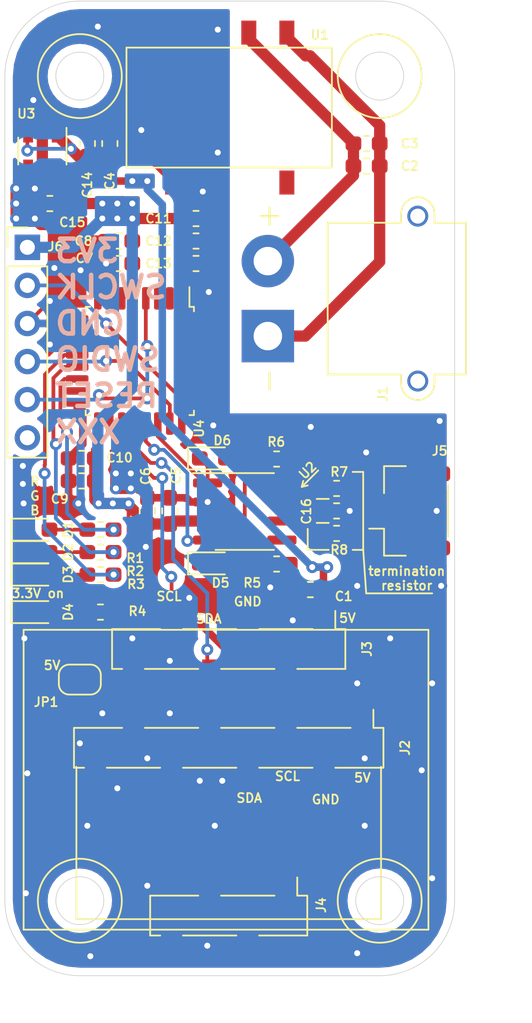
<source format=kicad_pcb>
(kicad_pcb (version 20171130) (host pcbnew "(5.1.2)-1")
  (layers (0 F.Cu signal) (31 B.Cu signal) (34 B.Paste user) (35 F.Paste user) (36 B.SilkS user) (37 F.SilkS user) (38 B.Mask user) (39 F.Mask user) (44 Edge.Cuts user))
  (net 0 "")
  (net 1 GND)
  (net 2 +3V3)
  (net 3 GNDPWR)
  (net 4 +24V)
  (net 5 +5V)
  (net 6 "Net-(D1-Pad2)")
  (net 7 CAN_RX)
  (net 8 "Net-(D2-Pad2)")
  (net 9 CAN_TX)
  (net 10 SDA)
  (net 11 SCL)
  (net 12 CAN_H)
  (net 13 CAN_L)
  (net 14 RESET)
  (net 15 SWDIO)
  (net 16 SWCLK)
  (net 17 "Net-(D3-Pad2)")
  (net 18 "Net-(D4-Pad2)")
  (net 19 "Net-(D5-Pad2)")
  (net 20 "Net-(D6-Pad2)")
  (net 21 "Net-(J3-Pad6)")
  (net 22 /LED_R)
  (net 23 /LED_G)
  (net 24 /LED_B)
  (net 25 "Net-(C16-Pad1)")
  (module Capacitor_SMD:C_0603_1608Metric_Pad1.05x0.95mm_HandSolder (layer F.Cu) (at 220.375 139.25 180)
    (fp_text reference C1 (at -2.225 -0.45) (layer F.SilkS) (effects (font (size 0.6 0.6) (thickness 0.12))))
    (fp_text value 10u)
    (pad 2 smd roundrect (at 0.875 0 180) (size 1.05 0.95) (layers F.Cu F.Paste F.Mask) (net 1 GND))
    (pad 1 smd roundrect (at -0.875 0 180) (size 1.05 0.95) (layers F.Cu F.Paste F.Mask) (net 5 +5V))
  )
  (module Resistor_SMD:R_0603_1608Metric_Pad1.05x0.95mm_HandSolder (layer F.Cu) (at 222.125 135.5)
    (fp_text reference R8 (at 0.175 1.1) (layer F.SilkS) (effects (font (size 0.6 0.6) (thickness 0.12))))
    (fp_text value 60)
    (pad 2 smd roundrect (at 0.875 0) (size 1.05 0.95) (layers F.Cu F.Paste F.Mask) (net 13 CAN_L))
    (pad 1 smd roundrect (at -0.875 0) (size 1.05 0.95) (layers F.Cu F.Paste F.Mask) (net 25 "Net-(C16-Pad1)"))
  )
  (module Resistor_SMD:R_0603_1608Metric_Pad1.05x0.95mm_HandSolder (layer F.Cu) (at 222.125 132.5 180)
    (fp_text reference R7 (at -0.175 1.1) (layer F.SilkS) (effects (font (size 0.6 0.6) (thickness 0.12))))
    (fp_text value 60)
    (pad 2 smd roundrect (at 0.875 0 180) (size 1.05 0.95) (layers F.Cu F.Paste F.Mask) (net 25 "Net-(C16-Pad1)"))
    (pad 1 smd roundrect (at -0.875 0 180) (size 1.05 0.95) (layers F.Cu F.Paste F.Mask) (net 12 CAN_H))
  )
  (module Resistor_SMD:R_0603_1608Metric_Pad1.05x0.95mm_HandSolder (layer F.Cu) (at 218.125 130.54 180)
    (fp_text reference R6 (at 0.025 1.14) (layer F.SilkS) (effects (font (size 0.6 0.6) (thickness 0.12))))
    (fp_text value 500)
    (pad 2 smd roundrect (at 0.875 0 180) (size 1.05 0.95) (layers F.Cu F.Paste F.Mask) (net 20 "Net-(D6-Pad2)"))
    (pad 1 smd roundrect (at -0.875 0 180) (size 1.05 0.95) (layers F.Cu F.Paste F.Mask) (net 2 +3V3))
  )
  (module Resistor_SMD:R_0603_1608Metric_Pad1.05x0.95mm_HandSolder (layer F.Cu) (at 218.125 137.54 180)
    (fp_text reference R5 (at 1.625 -1.26) (layer F.SilkS) (effects (font (size 0.6 0.6) (thickness 0.12))))
    (fp_text value 500)
    (pad 2 smd roundrect (at 0.875 0 180) (size 1.05 0.95) (layers F.Cu F.Paste F.Mask) (net 19 "Net-(D5-Pad2)"))
    (pad 1 smd roundrect (at -0.875 0 180) (size 1.05 0.95) (layers F.Cu F.Paste F.Mask) (net 2 +3V3))
  )
  (module Resistor_SMD:R_0603_1608Metric_Pad1.05x0.95mm_HandSolder (layer F.Cu) (at 206.375 140.75 180)
    (fp_text reference R4 (at -2.465 0.06) (layer F.SilkS) (effects (font (size 0.6 0.6) (thickness 0.12))))
    (fp_text value 1k)
    (pad 2 smd roundrect (at 0.875 0 180) (size 1.05 0.95) (layers F.Cu F.Paste F.Mask) (net 18 "Net-(D4-Pad2)"))
    (pad 1 smd roundrect (at -0.875 0 180) (size 1.05 0.95) (layers F.Cu F.Paste F.Mask) (net 2 +3V3))
  )
  (module Resistor_SMD:R_0603_1608Metric_Pad1.05x0.95mm_HandSolder (layer F.Cu) (at 206.375 138.25 180)
    (fp_text reference R3 (at -2.375 -0.64) (layer F.SilkS) (effects (font (size 0.6 0.6) (thickness 0.12))))
    (fp_text value 1k)
    (pad 2 smd roundrect (at 0.875 0 180) (size 1.05 0.95) (layers F.Cu F.Paste F.Mask) (net 17 "Net-(D3-Pad2)"))
    (pad 1 smd roundrect (at -0.875 0 180) (size 1.05 0.95) (layers F.Cu F.Paste F.Mask) (net 24 /LED_B))
  )
  (module Resistor_SMD:R_0603_1608Metric_Pad1.05x0.95mm_HandSolder (layer F.Cu) (at 206.375 136.75 180)
    (fp_text reference R2 (at -2.325 -1.27) (layer F.SilkS) (effects (font (size 0.6 0.6) (thickness 0.12))))
    (fp_text value 1k)
    (pad 2 smd roundrect (at 0.875 0 180) (size 1.05 0.95) (layers F.Cu F.Paste F.Mask) (net 8 "Net-(D2-Pad2)"))
    (pad 1 smd roundrect (at -0.875 0 180) (size 1.05 0.95) (layers F.Cu F.Paste F.Mask) (net 23 /LED_G))
  )
  (module Resistor_SMD:R_0603_1608Metric_Pad1.05x0.95mm_HandSolder (layer F.Cu) (at 206.374999 135.25 180)
    (fp_text reference R1 (at -2.325001 -1.9) (layer F.SilkS) (effects (font (size 0.6 0.6) (thickness 0.12))))
    (fp_text value 1k)
    (pad 2 smd roundrect (at 0.875 0 180) (size 1.05 0.95) (layers F.Cu F.Paste F.Mask) (net 6 "Net-(D1-Pad2)"))
    (pad 1 smd roundrect (at -0.875 0 180) (size 1.05 0.95) (layers F.Cu F.Paste F.Mask) (net 22 /LED_R))
  )
  (module Jumper:SolderJumper-2_P1.3mm_Open_RoundedPad1.0x1.5mm (layer F.Cu) (at 205 145.25)
    (fp_text reference JP1 (at -2.25 1.5) (layer F.SilkS) (effects (font (size 0.6 0.6) (thickness 0.12))))
    (fp_text value jump)
    (pad 2 smd custom (at 0.65 0) (size 1 0.5) (layers F.Cu F.Mask) (net 21 "Net-(J3-Pad6)") (options (clearance outline) (anchor rect)) (primitives (gr_circle (center 0 0.25) (end 0.5 0.25) (width 0)) (gr_circle (center 0 -0.25) (end 0.5 -0.25) (width 0)) (gr_poly (pts (xy 0 -0.75) (xy -0.5 -0.75) (xy -0.5 0.75) (xy 0 0.75)) (width 0))))
    (pad 1 smd custom (at -0.65 0) (size 1 0.5) (layers F.Cu F.Mask) (net 5 +5V) (options (clearance outline) (anchor rect)) (primitives (gr_circle (center 0 0.25) (end 0.5 0.25) (width 0)) (gr_circle (center 0 -0.25) (end 0.5 -0.25) (width 0)) (gr_poly (pts (xy 0 -0.75) (xy 0.5 -0.75) (xy 0.5 0.75) (xy 0 0.75)) (width 0))))
  )
  (module LED_SMD:LED_0603_1608Metric_Pad1.05x0.95mm_HandSolder (layer F.Cu) (at 213.875 130.5)
    (fp_text reference D6 (at 0.625 -1.2) (layer F.SilkS) (effects (font (size 0.6 0.6) (thickness 0.12))))
    (fp_text value LED)
    (pad 2 smd roundrect (at 0.875 0) (size 1.05 0.95) (layers F.Cu F.Paste F.Mask) (net 20 "Net-(D6-Pad2)"))
    (pad 1 smd roundrect (at -0.875 0) (size 1.05 0.95) (layers F.Cu F.Paste F.Mask) (net 9 CAN_TX))
  )
  (module LED_SMD:LED_0603_1608Metric_Pad1.05x0.95mm_HandSolder (layer F.Cu) (at 213.875 137.5)
    (fp_text reference D5 (at 0.515 1.3) (layer F.SilkS) (effects (font (size 0.6 0.6) (thickness 0.12))))
    (fp_text value LED)
    (pad 2 smd roundrect (at 0.875 0) (size 1.05 0.95) (layers F.Cu F.Paste F.Mask) (net 19 "Net-(D5-Pad2)"))
    (pad 1 smd roundrect (at -0.875 0) (size 1.05 0.95) (layers F.Cu F.Paste F.Mask) (net 7 CAN_RX))
  )
  (module LED_SMD:LED_0603_1608Metric_Pad1.05x0.95mm_HandSolder (layer F.Cu) (at 202.1 140.75)
    (fp_text reference D4 (at 2.125 0 90) (layer F.SilkS) (effects (font (size 0.6 0.6) (thickness 0.12))))
    (fp_text value LD)
    (pad 2 smd roundrect (at 0.875 0) (size 1.05 0.95) (layers F.Cu F.Paste F.Mask) (net 18 "Net-(D4-Pad2)"))
    (pad 1 smd roundrect (at -0.875 0) (size 1.05 0.95) (layers F.Cu F.Paste F.Mask) (net 1 GND))
  )
  (module LED_SMD:LED_0603_1608Metric_Pad1.05x0.95mm_HandSolder (layer F.Cu) (at 202.1 138.25)
    (fp_text reference D3 (at 2.125 0 90) (layer F.SilkS) (effects (font (size 0.6 0.6) (thickness 0.12))))
    (fp_text value LD)
    (pad 2 smd roundrect (at 0.875 0) (size 1.05 0.95) (layers F.Cu F.Paste F.Mask) (net 17 "Net-(D3-Pad2)"))
    (pad 1 smd roundrect (at -0.875 0) (size 1.05 0.95) (layers F.Cu F.Paste F.Mask) (net 1 GND))
  )
  (module LED_SMD:LED_0603_1608Metric_Pad1.05x0.95mm_HandSolder (layer F.Cu) (at 202.1 136.75)
    (fp_text reference D2 (at 2.125 0 90) (layer F.SilkS) (effects (font (size 0.6 0.6) (thickness 0.12))))
    (fp_text value LD)
    (pad 2 smd roundrect (at 0.875 0) (size 1.05 0.95) (layers F.Cu F.Paste F.Mask) (net 8 "Net-(D2-Pad2)"))
    (pad 1 smd roundrect (at -0.875 0) (size 1.05 0.95) (layers F.Cu F.Paste F.Mask) (net 1 GND))
  )
  (module LED_SMD:LED_0603_1608Metric_Pad1.05x0.95mm_HandSolder (layer F.Cu) (at 202.1 135.25)
    (fp_text reference D1 (at 2.125 0 90) (layer F.SilkS) (effects (font (size 0.6 0.6) (thickness 0.12))))
    (fp_text value LD)
    (pad 2 smd roundrect (at 0.875 0) (size 1.05 0.95) (layers F.Cu F.Paste F.Mask) (net 6 "Net-(D1-Pad2)"))
    (pad 1 smd roundrect (at -0.875 0) (size 1.05 0.95) (layers F.Cu F.Paste F.Mask) (net 1 GND))
  )
  (module Capacitor_SMD:C_0603_1608Metric_Pad1.05x0.95mm_HandSolder (layer F.Cu) (at 222.125 134)
    (fp_text reference C16 (at -2.015 0.03 90) (layer F.SilkS) (effects (font (size 0.6 0.6) (thickness 0.12))))
    (fp_text value 4.7u)
    (pad 2 smd roundrect (at 0.875 0) (size 1.05 0.95) (layers F.Cu F.Paste F.Mask) (net 1 GND))
    (pad 1 smd roundrect (at -0.875 0) (size 1.05 0.95) (layers F.Cu F.Paste F.Mask) (net 25 "Net-(C16-Pad1)"))
  )
  (module Capacitor_SMD:C_0603_1608Metric_Pad1.05x0.95mm_HandSolder (layer F.Cu) (at 203 113.5 180)
    (fp_text reference C15 (at -1.5 -1.25) (layer F.SilkS) (effects (font (size 0.6 0.6) (thickness 0.12))))
    (fp_text value 0.47u)
    (pad 2 smd roundrect (at 0.875 0 180) (size 1.05 0.95) (layers F.Cu F.Paste F.Mask) (net 1 GND))
    (pad 1 smd roundrect (at -0.875 0 180) (size 1.05 0.95) (layers F.Cu F.Paste F.Mask) (net 2 +3V3))
  )
  (module Capacitor_SMD:C_0603_1608Metric_Pad1.05x0.95mm_HandSolder (layer F.Cu) (at 205.5 109.5 90)
    (fp_text reference C14 (at -2.75 0 90) (layer F.SilkS) (effects (font (size 0.6 0.6) (thickness 0.12))))
    (fp_text value 0.1u)
    (pad 2 smd roundrect (at 0.875 0 90) (size 1.05 0.95) (layers F.Cu F.Paste F.Mask) (net 1 GND))
    (pad 1 smd roundrect (at -0.875 0 90) (size 1.05 0.95) (layers F.Cu F.Paste F.Mask) (net 5 +5V))
  )
  (module Capacitor_SMD:C_0603_1608Metric_Pad1.05x0.95mm_HandSolder (layer F.Cu) (at 212.75 117.5)
    (fp_text reference C13 (at -2.5 0) (layer F.SilkS) (effects (font (size 0.6 0.6) (thickness 0.12))))
    (fp_text value 0.1u)
    (pad 2 smd roundrect (at 0.875 0) (size 1.05 0.95) (layers F.Cu F.Paste F.Mask) (net 1 GND))
    (pad 1 smd roundrect (at -0.875 0) (size 1.05 0.95) (layers F.Cu F.Paste F.Mask) (net 2 +3V3))
  )
  (module Capacitor_SMD:C_0603_1608Metric_Pad1.05x0.95mm_HandSolder (layer F.Cu) (at 212.75 116)
    (fp_text reference C12 (at -2.5 0) (layer F.SilkS) (effects (font (size 0.6 0.6) (thickness 0.12))))
    (fp_text value 0.1u)
    (pad 2 smd roundrect (at 0.875 0) (size 1.05 0.95) (layers F.Cu F.Paste F.Mask) (net 1 GND))
    (pad 1 smd roundrect (at -0.875 0) (size 1.05 0.95) (layers F.Cu F.Paste F.Mask) (net 2 +3V3))
  )
  (module Capacitor_SMD:C_0603_1608Metric_Pad1.05x0.95mm_HandSolder (layer F.Cu) (at 212.75 114.5)
    (fp_text reference C11 (at -2.5 0) (layer F.SilkS) (effects (font (size 0.6 0.6) (thickness 0.12))))
    (fp_text value 4.7u)
    (pad 2 smd roundrect (at 0.875 0) (size 1.05 0.95) (layers F.Cu F.Paste F.Mask) (net 1 GND))
    (pad 1 smd roundrect (at -0.875 0) (size 1.05 0.95) (layers F.Cu F.Paste F.Mask) (net 2 +3V3))
  )
  (module Capacitor_SMD:C_0603_1608Metric_Pad1.05x0.95mm_HandSolder (layer F.Cu) (at 205.125 130.5 180)
    (fp_text reference C10 (at -2.525 0.05) (layer F.SilkS) (effects (font (size 0.6 0.6) (thickness 0.12))))
    (fp_text value 0.1u)
    (pad 2 smd roundrect (at 0.875 0 180) (size 1.05 0.95) (layers F.Cu F.Paste F.Mask) (net 1 GND))
    (pad 1 smd roundrect (at -0.875 0 180) (size 1.05 0.95) (layers F.Cu F.Paste F.Mask) (net 2 +3V3))
  )
  (module Capacitor_SMD:C_0603_1608Metric_Pad1.05x0.95mm_HandSolder (layer F.Cu) (at 205.125 132 180)
    (fp_text reference C9 (at 1.465 -1.2) (layer F.SilkS) (effects (font (size 0.6 0.6) (thickness 0.12))))
    (fp_text value 4.7u)
    (pad 2 smd roundrect (at 0.875 0 180) (size 1.05 0.95) (layers F.Cu F.Paste F.Mask) (net 1 GND))
    (pad 1 smd roundrect (at -0.875 0 180) (size 1.05 0.95) (layers F.Cu F.Paste F.Mask) (net 2 +3V3))
  )
  (module Capacitor_SMD:C_0603_1608Metric_Pad1.05x0.95mm_HandSolder (layer F.Cu) (at 207.625 116 180)
    (fp_text reference C8 (at 2.375 0) (layer F.SilkS) (effects (font (size 0.6 0.6) (thickness 0.12))))
    (fp_text value 1u)
    (pad 2 smd roundrect (at 0.875 0 180) (size 1.05 0.95) (layers F.Cu F.Paste F.Mask) (net 1 GND))
    (pad 1 smd roundrect (at -0.875 0 180) (size 1.05 0.95) (layers F.Cu F.Paste F.Mask) (net 2 +3V3))
  )
  (module Capacitor_SMD:C_0603_1608Metric_Pad1.05x0.95mm_HandSolder (layer F.Cu) (at 207.625 117.5 180)
    (fp_text reference C7 (at 2.315 0.35) (layer F.SilkS) (effects (font (size 0.6 0.6) (thickness 0.12))))
    (fp_text value 0.01u)
    (pad 2 smd roundrect (at 0.875 0 180) (size 1.05 0.95) (layers F.Cu F.Paste F.Mask) (net 1 GND))
    (pad 1 smd roundrect (at -0.875 0 180) (size 1.05 0.95) (layers F.Cu F.Paste F.Mask) (net 2 +3V3))
  )
  (module Capacitor_SMD:C_0603_1608Metric_Pad1.05x0.95mm_HandSolder (layer F.Cu) (at 209.5 134 90)
    (fp_text reference C6 (at 2.32 -0.11 90) (layer F.SilkS) (effects (font (size 0.6 0.6) (thickness 0.12))))
    (fp_text value 5-10u)
    (pad 2 smd roundrect (at 0.875 0 90) (size 1.05 0.95) (layers F.Cu F.Paste F.Mask) (net 1 GND))
    (pad 1 smd roundrect (at -0.875 0 90) (size 1.05 0.95) (layers F.Cu F.Paste F.Mask) (net 2 +3V3))
  )
  (module Capacitor_SMD:C_0603_1608Metric_Pad1.05x0.95mm_HandSolder (layer F.Cu) (at 211 134 90)
    (fp_text reference C5 (at 2.37 0.43 90) (layer F.SilkS) (effects (font (size 0.6 0.6) (thickness 0.12))))
    (fp_text value 0.1u)
    (pad 2 smd roundrect (at 0.875 0 90) (size 1.05 0.95) (layers F.Cu F.Paste F.Mask) (net 1 GND))
    (pad 1 smd roundrect (at -0.875 0 90) (size 1.05 0.95) (layers F.Cu F.Paste F.Mask) (net 2 +3V3))
  )
  (module Capacitor_SMD:C_0603_1608Metric_Pad1.05x0.95mm_HandSolder (layer F.Cu) (at 207 109.5 90)
    (fp_text reference C4 (at -2.5 0 90) (layer F.SilkS) (effects (font (size 0.6 0.6) (thickness 0.12))))
    (fp_text value 1u)
    (pad 2 smd roundrect (at 0.875 0 90) (size 1.05 0.95) (layers F.Cu F.Paste F.Mask) (net 1 GND))
    (pad 1 smd roundrect (at -0.875 0 90) (size 1.05 0.95) (layers F.Cu F.Paste F.Mask) (net 5 +5V))
  )
  (module Capacitor_SMD:C_0603_1608Metric_Pad1.05x0.95mm_HandSolder (layer F.Cu) (at 224.125 109.5)
    (fp_text reference C3 (at 2.875 0) (layer F.SilkS) (effects (font (size 0.6 0.6) (thickness 0.12))))
    (fp_text value 1u)
    (pad 2 smd roundrect (at 0.875 0) (size 1.05 0.95) (layers F.Cu F.Paste F.Mask) (net 3 GNDPWR))
    (pad 1 smd roundrect (at -0.875 0) (size 1.05 0.95) (layers F.Cu F.Paste F.Mask) (net 4 +24V))
  )
  (module Capacitor_SMD:C_0603_1608Metric_Pad1.05x0.95mm_HandSolder (layer F.Cu) (at 224.125 111)
    (fp_text reference C2 (at 2.875 0) (layer F.SilkS) (effects (font (size 0.6 0.6) (thickness 0.12))))
    (fp_text value 10u)
    (pad 2 smd roundrect (at 0.875 0) (size 1.05 0.95) (layers F.Cu F.Paste F.Mask) (net 3 GNDPWR))
    (pad 1 smd roundrect (at -0.875 0) (size 1.05 0.95) (layers F.Cu F.Paste F.Mask) (net 4 +24V))
  )
  (module Morita:TES1-single (layer F.Cu) (at 218.81 107.1 180)
    (fp_text reference U1 (at -2.19 4.85) (layer F.SilkS) (effects (font (size 0.6 0.6) (thickness 0.12))))
    (fp_text value TES1-2411)
    (pad 5 smd rect (at 7.62 -5 180) (size 1 1.6) (layers F.Cu F.Paste F.Mask) (net 5 +5V))
    (pad 8 smd rect (at 0 -5 180) (size 1 1.6) (layers F.Cu F.Paste F.Mask))
    (pad 2 smd rect (at 2.54 5 180) (size 1 1.6) (layers F.Cu F.Paste F.Mask) (net 4 +24V))
    (pad 4 smd rect (at 7.62 5 180) (size 1 1.6) (layers F.Cu F.Paste F.Mask) (net 1 GND))
    (pad 1 smd rect (at 0 5 180) (size 1 1.6) (layers F.Cu F.Paste F.Mask) (net 3 GNDPWR))
  )
  (module Package_QFP:LQFP-32_7x7mm_P0.8mm (layer F.Cu) (at 209 124 270)
    (fp_text reference U4 (at 4.51 -3.96 90) (layer F.SilkS) (effects (font (size 0.6 0.6) (thickness 0.12))))
    (fp_text value STM32F042K6Tx)
    (pad 32 smd roundrect (at -2.8 -4.175 270) (size 0.5 1.5) (layers F.Cu F.Paste F.Mask) (net 1 GND))
    (pad 31 smd roundrect (at -2 -4.175 270) (size 0.5 1.5) (layers F.Cu F.Paste F.Mask))
    (pad 30 smd roundrect (at -1.2 -4.175 270) (size 0.5 1.5) (layers F.Cu F.Paste F.Mask))
    (pad 29 smd roundrect (at -0.4 -4.175 270) (size 0.5 1.5) (layers F.Cu F.Paste F.Mask))
    (pad 28 smd roundrect (at 0.4 -4.175 270) (size 0.5 1.5) (layers F.Cu F.Paste F.Mask))
    (pad 27 smd roundrect (at 1.2 -4.175 270) (size 0.5 1.5) (layers F.Cu F.Paste F.Mask))
    (pad 26 smd roundrect (at 2 -4.175 270) (size 0.5 1.5) (layers F.Cu F.Paste F.Mask))
    (pad 25 smd roundrect (at 2.8 -4.175 270) (size 0.5 1.5) (layers F.Cu F.Paste F.Mask))
    (pad 24 smd roundrect (at 4.175 -2.8 270) (size 1.5 0.5) (layers F.Cu F.Paste F.Mask) (net 16 SWCLK))
    (pad 23 smd roundrect (at 4.175 -2 270) (size 1.5 0.5) (layers F.Cu F.Paste F.Mask) (net 15 SWDIO))
    (pad 22 smd roundrect (at 4.175 -1.2 270) (size 1.5 0.5) (layers F.Cu F.Paste F.Mask) (net 9 CAN_TX))
    (pad 21 smd roundrect (at 4.175 -0.4 270) (size 1.5 0.5) (layers F.Cu F.Paste F.Mask) (net 7 CAN_RX))
    (pad 20 smd roundrect (at 4.175 0.4 270) (size 1.5 0.5) (layers F.Cu F.Paste F.Mask) (net 10 SDA))
    (pad 19 smd roundrect (at 4.175 1.2 270) (size 1.5 0.5) (layers F.Cu F.Paste F.Mask) (net 11 SCL))
    (pad 18 smd roundrect (at 4.175 2 270) (size 1.5 0.5) (layers F.Cu F.Paste F.Mask))
    (pad 17 smd roundrect (at 4.175 2.8 270) (size 1.5 0.5) (layers F.Cu F.Paste F.Mask) (net 2 +3V3))
    (pad 16 smd roundrect (at 2.8 4.175 270) (size 0.5 1.5) (layers F.Cu F.Paste F.Mask) (net 1 GND))
    (pad 15 smd roundrect (at 2 4.175 270) (size 0.5 1.5) (layers F.Cu F.Paste F.Mask))
    (pad 14 smd roundrect (at 1.2 4.175 270) (size 0.5 1.5) (layers F.Cu F.Paste F.Mask) (net 22 /LED_R))
    (pad 13 smd roundrect (at 0.4 4.175 270) (size 0.5 1.5) (layers F.Cu F.Paste F.Mask) (net 23 /LED_G))
    (pad 12 smd roundrect (at -0.4 4.175 270) (size 0.5 1.5) (layers F.Cu F.Paste F.Mask) (net 24 /LED_B))
    (pad 11 smd roundrect (at -1.2 4.175 270) (size 0.5 1.5) (layers F.Cu F.Paste F.Mask))
    (pad 10 smd roundrect (at -2 4.175 270) (size 0.5 1.5) (layers F.Cu F.Paste F.Mask))
    (pad 9 smd roundrect (at -2.8 4.175 270) (size 0.5 1.5) (layers F.Cu F.Paste F.Mask))
    (pad 8 smd roundrect (at -4.175 2.8 270) (size 1.5 0.5) (layers F.Cu F.Paste F.Mask))
    (pad 7 smd roundrect (at -4.175 2 270) (size 1.5 0.5) (layers F.Cu F.Paste F.Mask))
    (pad 6 smd roundrect (at -4.175 1.2 270) (size 1.5 0.5) (layers F.Cu F.Paste F.Mask))
    (pad 5 smd roundrect (at -4.175 0.4 270) (size 1.5 0.5) (layers F.Cu F.Paste F.Mask) (net 2 +3V3))
    (pad 4 smd roundrect (at -4.175 -0.4 270) (size 1.5 0.5) (layers F.Cu F.Paste F.Mask) (net 14 RESET))
    (pad 3 smd roundrect (at -4.175 -1.2 270) (size 1.5 0.5) (layers F.Cu F.Paste F.Mask))
    (pad 2 smd roundrect (at -4.175 -2 270) (size 1.5 0.5) (layers F.Cu F.Paste F.Mask))
    (pad 1 smd roundrect (at -4.175 -2.8 270) (size 1.5 0.5) (layers F.Cu F.Paste F.Mask) (net 2 +3V3))
  )
  (module Package_TO_SOT_SMD:SOT-23-5 (layer F.Cu) (at 202.5 110 270)
    (fp_text reference U3 (at -2.49 1.07 180) (layer F.SilkS) (effects (font (size 0.6 0.6) (thickness 0.12))))
    (fp_text value NJM12888F33)
    (pad 5 smd rect (at 1.1 -0.95 270) (size 1.06 0.65) (layers F.Cu F.Paste F.Mask) (net 2 +3V3))
    (pad 4 smd rect (at 1.1 0.95 270) (size 1.06 0.65) (layers F.Cu F.Paste F.Mask))
    (pad 3 smd rect (at -1.1 0.95 270) (size 1.06 0.65) (layers F.Cu F.Paste F.Mask) (net 5 +5V))
    (pad 2 smd rect (at -1.1 0 270) (size 1.06 0.65) (layers F.Cu F.Paste F.Mask) (net 1 GND))
    (pad 1 smd rect (at -1.1 -0.95 270) (size 1.06 0.65) (layers F.Cu F.Paste F.Mask) (net 5 +5V))
  )
  (module Package_SO:SOIC-8_3.9x4.9mm_P1.27mm (layer F.Cu) (at 216 134.04)
    (fp_text reference U2 (at 4.2 -2.74 45) (layer F.SilkS) (effects (font (size 0.6 0.6) (thickness 0.12))))
    (fp_text value TCAN332G)
    (pad 8 smd roundrect (at 2.475 -1.905) (size 1.95 0.6) (layers F.Cu F.Paste F.Mask))
    (pad 7 smd roundrect (at 2.475 -0.635) (size 1.95 0.6) (layers F.Cu F.Paste F.Mask) (net 12 CAN_H))
    (pad 6 smd roundrect (at 2.475 0.635) (size 1.95 0.6) (layers F.Cu F.Paste F.Mask) (net 13 CAN_L))
    (pad 5 smd roundrect (at 2.475 1.905) (size 1.95 0.6) (layers F.Cu F.Paste F.Mask))
    (pad 4 smd roundrect (at -2.475 1.905) (size 1.95 0.6) (layers F.Cu F.Paste F.Mask) (net 7 CAN_RX))
    (pad 3 smd roundrect (at -2.475 0.635) (size 1.95 0.6) (layers F.Cu F.Paste F.Mask) (net 2 +3V3))
    (pad 2 smd roundrect (at -2.475 -0.635) (size 1.95 0.6) (layers F.Cu F.Paste F.Mask) (net 1 GND))
    (pad 1 smd roundrect (at -2.475 -1.905) (size 1.95 0.6) (layers F.Cu F.Paste F.Mask) (net 9 CAN_TX))
  )
  (module Connector_PinHeader_2.54mm:PinHeader_1x06_P2.54mm_Vertical (layer F.Cu) (at 201.5 116.42)
    (fp_text reference J6 (at 1.87 -0.05) (layer F.SilkS) (effects (font (size 0.6 0.6) (thickness 0.12))))
    (fp_text value stlink)
    (pad 6 thru_hole oval (at 0 12.7) (size 1.7 1.7) (drill 1) (layers *.Cu *.Mask))
    (pad 5 thru_hole oval (at 0 10.16) (size 1.7 1.7) (drill 1) (layers *.Cu *.Mask) (net 14 RESET))
    (pad 4 thru_hole oval (at 0 7.62) (size 1.7 1.7) (drill 1) (layers *.Cu *.Mask) (net 15 SWDIO))
    (pad 3 thru_hole oval (at 0 5.08) (size 1.7 1.7) (drill 1) (layers *.Cu *.Mask) (net 1 GND))
    (pad 2 thru_hole oval (at 0 2.54) (size 1.7 1.7) (drill 1) (layers *.Cu *.Mask) (net 16 SWCLK))
    (pad 1 thru_hole rect (at 0 0) (size 1.7 1.7) (drill 1) (layers *.Cu *.Mask) (net 2 +3V3))
  )
  (module Connector_JST:JST_GH_SM02B-GHS-TB_1x02-1MP_P1.25mm_Horizontal (layer F.Cu) (at 227 134 90)
    (fp_text reference J5 (at 4 2 180) (layer F.SilkS) (effects (font (size 0.6 0.6) (thickness 0.12))))
    (fp_text value GH2)
    (pad MP smd roundrect (at 2.475 1.35 90) (size 1 2.7) (layers F.Cu F.Paste F.Mask))
    (pad MP smd roundrect (at -2.475 1.35 90) (size 1 2.7) (layers F.Cu F.Paste F.Mask))
    (pad 2 smd roundrect (at 0.625 -1.85 90) (size 0.6 1.7) (layers F.Cu F.Paste F.Mask) (net 12 CAN_H))
    (pad 1 smd roundrect (at -0.625 -1.85 90) (size 0.6 1.7) (layers F.Cu F.Paste F.Mask) (net 13 CAN_L))
  )
  (module Connector_AMASS:AMASS_XT30PW-M_1x02_P2.50mm_Horizontal (layer F.Cu) (at 217.54 122.34 270)
    (fp_text reference J1 (at 3.86 -7.66 90) (layer F.SilkS) (effects (font (size 0.6 0.6) (thickness 0.12))))
    (fp_text value xt30)
    (fp_text user + (at -8 0 90) (layer F.SilkS) (effects (font (size 1.5 1.5))))
    (fp_text user - (at 3 0 90) (layer F.SilkS) (effects (font (size 1.5 1.5))))
    (pad 2 thru_hole circle (at -5 0 270) (size 3.5 3.5) (drill 1.9) (layers *.Cu *.Mask) (net 4 +24V))
    (pad 1 thru_hole rect (at 0 0 270) (size 3.5 3.5) (drill 1.9) (layers *.Cu *.Mask) (net 3 GNDPWR))
    (pad "" thru_hole circle (at -8 -10 270) (size 1.4 1.4) (drill 1) (layers *.Cu *.Mask))
    (pad "" thru_hole circle (at 3 -10 270) (size 1.4 1.4) (drill 1) (layers *.Cu *.Mask))
  )
  (module Connector_PinSocket_2.54mm:PinSocket_1x04_P2.54mm_Vertical_SMD_Pin1Left (layer F.Cu) (at 214.93 160.99 270)
    (fp_text reference J4 (at -0.69 -6.17 90) (layer F.SilkS) (effects (font (size 0.6 0.6) (thickness 0.12))))
    (fp_text value "bno055 ssci")
    (pad 4 smd rect (at 1.65 3.81 270) (size 1.9 1) (layers F.Cu F.Paste F.Mask))
    (pad 2 smd rect (at 1.65 -1.27 270) (size 1.9 1) (layers F.Cu F.Paste F.Mask))
    (pad 3 smd rect (at -1.65 1.27 270) (size 1.9 1) (layers F.Cu F.Paste F.Mask))
    (pad 1 smd rect (at -1.65 -3.81 270) (size 1.9 1) (layers F.Cu F.Paste F.Mask))
  )
  (module Connector_PinSocket_2.54mm:PinSocket_1x06_P2.54mm_Vertical_SMD_Pin1Left (layer F.Cu) (at 214.93 143.21 270)
    (fp_text reference J3 (at 0 -9.22 90) (layer F.SilkS) (effects (font (size 0.6 0.6) (thickness 0.12))))
    (fp_text value "bno055 ssci")
    (pad 6 smd rect (at 1.65 6.35 270) (size 1.9 1) (layers F.Cu F.Paste F.Mask) (net 21 "Net-(J3-Pad6)"))
    (pad 4 smd rect (at 1.65 1.27 270) (size 1.9 1) (layers F.Cu F.Paste F.Mask) (net 10 SDA))
    (pad 2 smd rect (at 1.65 -3.81 270) (size 1.9 1) (layers F.Cu F.Paste F.Mask))
    (pad 5 smd rect (at -1.65 3.81 270) (size 1.9 1) (layers F.Cu F.Paste F.Mask) (net 11 SCL))
    (pad 3 smd rect (at -1.65 -1.27 270) (size 1.9 1) (layers F.Cu F.Paste F.Mask) (net 1 GND))
    (pad 1 smd rect (at -1.65 -6.35 270) (size 1.9 1) (layers F.Cu F.Paste F.Mask) (net 5 +5V))
  )
  (module Connector_PinSocket_2.54mm:PinSocket_1x08_P2.54mm_Vertical_SMD_Pin1Left (layer F.Cu) (at 214.93 149.799999 270)
    (fp_text reference J2 (at 0 -11.76 90) (layer F.SilkS) (effects (font (size 0.6 0.6) (thickness 0.12))))
    (fp_text value "amazon bno055")
    (pad 8 smd rect (at 1.65 8.89 270) (size 1.9 1) (layers F.Cu F.Paste F.Mask))
    (pad 6 smd rect (at 1.65 3.81 270) (size 1.9 1) (layers F.Cu F.Paste F.Mask))
    (pad 4 smd rect (at 1.65 -1.27 270) (size 1.9 1) (layers F.Cu F.Paste F.Mask) (net 10 SDA))
    (pad 2 smd rect (at 1.65 -6.35 270) (size 1.9 1) (layers F.Cu F.Paste F.Mask) (net 1 GND))
    (pad 7 smd rect (at -1.65 6.35 270) (size 1.9 1) (layers F.Cu F.Paste F.Mask))
    (pad 5 smd rect (at -1.65 1.27 270) (size 1.9 1) (layers F.Cu F.Paste F.Mask))
    (pad 3 smd rect (at -1.65 -3.81 270) (size 1.9 1) (layers F.Cu F.Paste F.Mask) (net 11 SCL))
    (pad 1 smd rect (at -1.65 -8.89 270) (size 1.9 1) (layers F.Cu F.Paste F.Mask) (net 5 +5V))
  )
  (gr_text 5V (at 203.15 144.3) (layer F.SilkS) (effects (font (size 0.6 0.6) (thickness 0.12))))
  (gr_text 5V (at 222.85 141.15) (layer F.SilkS) (effects (font (size 0.6 0.6) (thickness 0.12))))
  (gr_text 5V (at 223.85 151.8) (layer F.SilkS) (effects (font (size 0.6 0.6) (thickness 0.12))))
  (gr_text GND (at 221.4 153.25) (layer F.SilkS) (effects (font (size 0.6 0.6) (thickness 0.12))))
  (gr_text GND (at 216.2 140.05) (layer F.SilkS) (effects (font (size 0.6 0.6) (thickness 0.12))))
  (gr_text SDA (at 213.6 141.2) (layer F.SilkS) (effects (font (size 0.6 0.6) (thickness 0.12))))
  (gr_text SDA (at 216.3 153.15) (layer F.SilkS) (effects (font (size 0.6 0.6) (thickness 0.12))))
  (gr_text SCL (at 218.85 151.7) (layer F.SilkS) (effects (font (size 0.6 0.6) (thickness 0.12))))
  (gr_text SCL (at 210.95 139.7) (layer F.SilkS) (effects (font (size 0.6 0.6) (thickness 0.12))))
  (gr_arc (start 225 105) (end 230 105) (angle -90) (layer Edge.Cuts) (width 0.05))
  (gr_line (start 220.8 134.8) (end 221.6 134.8) (layer F.SilkS) (width 0.12))
  (gr_line (start 220.8 133.2) (end 221.6 133.2) (layer F.SilkS) (width 0.12))
  (gr_text "termination\nresistor" (at 226.8 138.5) (layer F.SilkS) (effects (font (size 0.6 0.6) (thickness 0.12))))
  (gr_line (start 224.1 139.5) (end 228.5 139.5) (layer F.SilkS) (width 0.12))
  (gr_line (start 223.9 136.6) (end 224.1 139.5) (layer F.SilkS) (width 0.12))
  (gr_line (start 223.9 131.4) (end 223.2 131.4) (layer F.SilkS) (width 0.12))
  (gr_line (start 223.9 136.6) (end 223.9 131.4) (layer F.SilkS) (width 0.12))
  (gr_line (start 223.2 136.6) (end 223.9 136.6) (layer F.SilkS) (width 0.12))
  (gr_line (start 220.2 136.6) (end 221.6 136.6) (layer F.SilkS) (width 0.12))
  (gr_line (start 220.2 135.2) (end 220.2 136.6) (layer F.SilkS) (width 0.12))
  (gr_line (start 219.8 132.4) (end 220.2 132.3) (layer F.SilkS) (width 0.12))
  (gr_line (start 219.8 132.4) (end 219.9 132) (layer F.SilkS) (width 0.12))
  (gr_line (start 220.9 131.3) (end 219.8 132.4) (layer F.SilkS) (width 0.12))
  (gr_text "R\nG\nB" (at 202 133) (layer F.SilkS) (effects (font (size 0.6 0.6) (thickness 0.12))))
  (gr_text "3.3V on" (at 202.2 139.5) (layer F.SilkS) (effects (font (size 0.6 0.6) (thickness 0.12))))
  (gr_text "3V3\nSWCLK\nGND\nSWDIO\nRESET\nXXX" (at 203.2 122.7) (layer B.SilkS) (effects (font (size 1.5 1.5) (thickness 0.3)) (justify right mirror)))
  (gr_arc (start 205 160) (end 200 160) (angle -90) (layer Edge.Cuts) (width 0.05))
  (gr_arc (start 205 105) (end 205 100) (angle -90) (layer Edge.Cuts) (width 0.05))
  (gr_arc (start 225 160) (end 225 165) (angle -90) (layer Edge.Cuts) (width 0.05))
  (gr_circle (center 225 160) (end 226.6 160) (layer Edge.Cuts) (width 0.05))
  (gr_circle (center 205 160) (end 203.4 160) (layer Edge.Cuts) (width 0.05))
  (gr_circle (center 205 105) (end 203.4 105) (layer Edge.Cuts) (width 0.05))
  (gr_circle (center 225 105) (end 226.6 105) (layer Edge.Cuts) (width 0.05))
  (gr_circle (center 205 160) (end 207.8 160) (layer F.SilkS) (width 0.12))
  (gr_circle (center 225 160) (end 227.8 160) (layer F.SilkS) (width 0.12))
  (gr_circle (center 205 105) (end 207.8 105) (layer F.SilkS) (width 0.12))
  (gr_circle (center 225 105) (end 227.8 105) (layer F.SilkS) (width 0.12))
  (gr_line (start 204.77 161.23) (end 204.77 151.07) (layer F.SilkS) (width 0.12))
  (gr_line (start 225.09 161.23) (end 225.09 151.07) (layer F.SilkS) (width 0.12))
  (gr_line (start 204.77 161.23) (end 225.09 161.23) (layer F.SilkS) (width 0.12))
  (gr_line (start 228.25 141.93) (end 201.25 141.93) (layer F.SilkS) (width 0.12))
  (gr_line (start 228.25 161.929999) (end 228.25 141.93) (layer F.SilkS) (width 0.12))
  (gr_line (start 201.25 161.929999) (end 228.25 161.929999) (layer F.SilkS) (width 0.12))
  (gr_line (start 201.25 141.93) (end 201.25 161.929999) (layer F.SilkS) (width 0.12))
  (gr_line (start 225 100) (end 205 100) (layer Edge.Cuts) (width 0.05))
  (gr_line (start 230 160) (end 230 105) (layer Edge.Cuts) (width 0.05))
  (gr_line (start 205 165) (end 225 165) (layer Edge.Cuts) (width 0.05))
  (gr_line (start 200 105) (end 200 160) (layer Edge.Cuts) (width 0.05))
  (via (at 223 134) (size 0.8) (drill 0.4) (layers F.Cu B.Cu) (net 1))
  (segment (start 205.5 108.625) (end 206.375 108.625) (width 0.75) (layer F.Cu) (net 1))
  (segment (start 206.375 108.625) (end 207 108.625) (width 0.75) (layer F.Cu) (net 1))
  (segment (start 211.19 104.435) (end 211.19 102.1) (width 0.75) (layer F.Cu) (net 1))
  (segment (start 207 108.625) (end 211.19 104.435) (width 0.75) (layer F.Cu) (net 1))
  (segment (start 202.5 113.125) (end 202.125 113.5) (width 0.75) (layer F.Cu) (net 1))
  (segment (start 202.5 108.9) (end 202.5 113.125) (width 0.75) (layer F.Cu) (net 1))
  (segment (start 202.5 107.959998) (end 202.959998 107.5) (width 0.75) (layer F.Cu) (net 1))
  (segment (start 202.5 108.9) (end 202.5 107.959998) (width 0.75) (layer F.Cu) (net 1))
  (segment (start 204.375 107.5) (end 205.5 108.625) (width 0.75) (layer F.Cu) (net 1))
  (segment (start 202.959998 107.5) (end 204.375 107.5) (width 0.75) (layer F.Cu) (net 1))
  (segment (start 213.625 114.5) (end 213.625 117.5) (width 0.25) (layer F.Cu) (net 1))
  (segment (start 213.175 119.825) (end 213.175 121.2) (width 0.25) (layer F.Cu) (net 1))
  (segment (start 213.625 117.5) (end 213.625 119.375) (width 0.25) (layer F.Cu) (net 1))
  (segment (start 213.625 119.375) (end 213.6 119.4) (width 0.25) (layer F.Cu) (net 1))
  (segment (start 206.75 116) (end 206.75 117.5) (width 0.25) (layer F.Cu) (net 1))
  (segment (start 205.5 117.5) (end 205.05 117.95) (width 0.25) (layer F.Cu) (net 1))
  (segment (start 206.75 117.5) (end 205.5 117.5) (width 0.25) (layer F.Cu) (net 1))
  (via (at 200.75 113.5) (size 0.8) (drill 0.4) (layers F.Cu B.Cu) (net 1))
  (segment (start 202.125 113.5) (end 200.75 113.5) (width 0.75) (layer F.Cu) (net 1))
  (via (at 200.75 112.5) (size 0.8) (drill 0.4) (layers F.Cu B.Cu) (net 1))
  (segment (start 200.75 113.5) (end 200.75 112.5) (width 0.75) (layer F.Cu) (net 1))
  (via (at 200.75 114.5) (size 0.8) (drill 0.4) (layers F.Cu B.Cu) (net 1))
  (segment (start 200.75 113.5) (end 200.75 114.5) (width 0.75) (layer F.Cu) (net 1))
  (via (at 202 112.5) (size 0.8) (drill 0.4) (layers F.Cu B.Cu) (net 1))
  (segment (start 202.125 113.5) (end 202.125 112.625) (width 0.75) (layer F.Cu) (net 1))
  (segment (start 202.125 112.625) (end 202 112.5) (width 0.75) (layer F.Cu) (net 1))
  (via (at 202 114.5) (size 0.8) (drill 0.4) (layers F.Cu B.Cu) (net 1))
  (segment (start 202.125 113.5) (end 202.125 114.375) (width 0.75) (layer F.Cu) (net 1))
  (segment (start 202.125 114.375) (end 202 114.5) (width 0.75) (layer F.Cu) (net 1))
  (segment (start 202.399999 114.899999) (end 203.399999 114.899999) (width 0.75) (layer F.Cu) (net 1))
  (segment (start 202 114.5) (end 202.399999 114.899999) (width 0.75) (layer F.Cu) (net 1))
  (segment (start 204.5 116) (end 206.75 116) (width 0.75) (layer F.Cu) (net 1))
  (segment (start 203.399999 114.899999) (end 204.5 116) (width 0.75) (layer F.Cu) (net 1))
  (segment (start 201 134.25) (end 201 135.25) (width 0.25) (layer F.Cu) (net 1))
  (via (at 201.25 133.5) (size 0.8) (drill 0.4) (layers F.Cu B.Cu) (net 1))
  (segment (start 201.25 133.5) (end 201 133.75) (width 0.25) (layer F.Cu) (net 1))
  (segment (start 201 133.75) (end 201 134.25) (width 0.25) (layer F.Cu) (net 1))
  (segment (start 204.25 132) (end 204.25 133.25) (width 0.25) (layer F.Cu) (net 1))
  (segment (start 204.25 133.25) (end 204 133.5) (width 0.25) (layer F.Cu) (net 1))
  (segment (start 204 133.5) (end 201.25 133.5) (width 0.25) (layer F.Cu) (net 1))
  (segment (start 201.25 133.5) (end 201.25 133.5) (width 0.25) (layer F.Cu) (net 1))
  (segment (start 204.25 132) (end 204.25 130.5) (width 0.25) (layer F.Cu) (net 1))
  (segment (start 213.525 133.405) (end 213.525 133.405) (width 0.5) (layer F.Cu) (net 1))
  (segment (start 212.125 133.125) (end 211 133.125) (width 0.5) (layer F.Cu) (net 1))
  (segment (start 212.405 133.405) (end 212.125 133.125) (width 0.5) (layer F.Cu) (net 1))
  (segment (start 211 133.125) (end 209.5 133.125) (width 0.5) (layer F.Cu) (net 1))
  (via (at 201.2 131) (size 0.8) (drill 0.4) (layers F.Cu B.Cu) (net 1))
  (via (at 201.2 132.2) (size 0.8) (drill 0.4) (layers F.Cu B.Cu) (net 1))
  (via (at 201.3 142.5) (size 0.8) (drill 0.4) (layers F.Cu B.Cu) (net 1))
  (via (at 201.4 159.5) (size 0.8) (drill 0.4) (layers F.Cu B.Cu) (net 1))
  (via (at 205.7 163.7) (size 0.8) (drill 0.4) (layers F.Cu B.Cu) (net 1))
  (via (at 201.5 151.5) (size 0.8) (drill 0.4) (layers F.Cu B.Cu) (net 1))
  (via (at 205.5 155) (size 0.8) (drill 0.4) (layers F.Cu B.Cu) (net 1))
  (via (at 209.5 159) (size 0.8) (drill 0.4) (layers F.Cu B.Cu) (net 1))
  (via (at 213.5 163) (size 0.8) (drill 0.4) (layers F.Cu B.Cu) (net 1))
  (via (at 223.5 163.5) (size 0.8) (drill 0.4) (layers F.Cu B.Cu) (net 1))
  (via (at 228.5 158.5) (size 0.8) (drill 0.4) (layers F.Cu B.Cu) (net 1))
  (via (at 224 155) (size 0.8) (drill 0.4) (layers F.Cu B.Cu) (net 1))
  (via (at 214 155) (size 0.8) (drill 0.4) (layers F.Cu B.Cu) (net 1))
  (via (at 223.5 139) (size 0.8) (drill 0.4) (layers F.Cu B.Cu) (net 1))
  (via (at 223.5 145.5) (size 0.8) (drill 0.4) (layers F.Cu B.Cu) (net 1))
  (via (at 228.5 145.5) (size 0.8) (drill 0.4) (layers F.Cu B.Cu) (net 1))
  (via (at 224 150.5) (size 0.8) (drill 0.4) (layers F.Cu B.Cu) (net 1))
  (via (at 214.5 152) (size 0.8) (drill 0.4) (layers F.Cu B.Cu) (net 1))
  (via (at 213 152) (size 0.8) (drill 0.4) (layers F.Cu B.Cu) (net 1))
  (via (at 209.5 150.5) (size 0.8) (drill 0.4) (layers F.Cu B.Cu) (net 1))
  (via (at 207.5 152.5) (size 0.8) (drill 0.4) (layers F.Cu B.Cu) (net 1))
  (via (at 205 149.5) (size 0.8) (drill 0.4) (layers F.Cu B.Cu) (net 1))
  (via (at 206.5 147.5) (size 0.8) (drill 0.4) (layers F.Cu B.Cu) (net 1))
  (via (at 208.5 142.5) (size 0.8) (drill 0.4) (layers F.Cu B.Cu) (net 1))
  (via (at 211 144) (size 0.8) (drill 0.4) (layers F.Cu B.Cu) (net 1))
  (via (at 211 147.5) (size 0.8) (drill 0.4) (layers F.Cu B.Cu) (net 1))
  (segment (start 209.000928 132.625928) (end 208.925928 132.625928) (width 0.5) (layer F.Cu) (net 1))
  (segment (start 209.5 133.125) (end 209.000928 132.625928) (width 0.5) (layer F.Cu) (net 1))
  (via (at 208.4 132.5) (size 0.8) (drill 0.4) (layers F.Cu B.Cu) (net 1))
  (segment (start 208.925928 132.625928) (end 208.8 132.5) (width 0.5) (layer F.Cu) (net 1))
  (segment (start 208.8 132.5) (end 208.4 132.5) (width 0.5) (layer F.Cu) (net 1))
  (via (at 208.4 131.5) (size 0.8) (drill 0.4) (layers F.Cu B.Cu) (net 1))
  (via (at 207.4 131.5) (size 0.8) (drill 0.4) (layers F.Cu B.Cu) (net 1))
  (via (at 207.4 132.5) (size 0.8) (drill 0.4) (layers F.Cu B.Cu) (net 1))
  (segment (start 207.4 131.5) (end 207.4 132.5) (width 0.75) (layer F.Cu) (net 1))
  (segment (start 208.4 132.5) (end 208.4 131.5) (width 0.75) (layer B.Cu) (net 1))
  (segment (start 208.4 131.5) (end 207.4 131.5) (width 0.75) (layer B.Cu) (net 1))
  (segment (start 207.4 132.5) (end 208.4 132.5) (width 0.75) (layer F.Cu) (net 1))
  (segment (start 205.14571 127.12071) (end 204.825 126.8) (width 0.5) (layer F.Cu) (net 1))
  (segment (start 205.2 129.55) (end 204.25 130.5) (width 0.5) (layer F.Cu) (net 1))
  (segment (start 205.2 127.525) (end 205.2 129.55) (width 0.5) (layer F.Cu) (net 1))
  (segment (start 204.825 126.8) (end 204.825 127.15) (width 0.5) (layer F.Cu) (net 1))
  (segment (start 204.825 127.15) (end 205.2 127.525) (width 0.5) (layer F.Cu) (net 1))
  (via (at 204.9 133.5) (size 0.8) (drill 0.4) (layers F.Cu B.Cu) (net 1))
  (via (at 209.4 136.4) (size 0.8) (drill 0.4) (layers F.Cu B.Cu) (net 1))
  (via (at 212.3 139.8) (size 0.8) (drill 0.4) (layers F.Cu B.Cu) (net 1))
  (via (at 219.2 141.3) (size 0.8) (drill 0.4) (layers F.Cu B.Cu) (net 1))
  (via (at 217.7 139.1) (size 0.8) (drill 0.4) (layers F.Cu B.Cu) (net 1))
  (via (at 213.9 128.3) (size 0.8) (drill 0.4) (layers F.Cu B.Cu) (net 1))
  (via (at 229 128) (size 0.8) (drill 0.4) (layers F.Cu B.Cu) (net 1))
  (via (at 228.8 134) (size 0.8) (drill 0.4) (layers F.Cu B.Cu) (net 1))
  (via (at 224.1 130.1) (size 0.8) (drill 0.4) (layers F.Cu B.Cu) (net 1))
  (via (at 220.4 128.4) (size 0.8) (drill 0.4) (layers F.Cu B.Cu) (net 1))
  (via (at 225.7 142.5) (size 0.8) (drill 0.4) (layers F.Cu B.Cu) (net 1))
  (via (at 227.8 151.3) (size 0.8) (drill 0.4) (layers F.Cu B.Cu) (net 1))
  (via (at 214.2 101.9) (size 0.8) (drill 0.4) (layers F.Cu B.Cu) (net 1))
  (via (at 206.2 101.7) (size 0.8) (drill 0.4) (layers F.Cu B.Cu) (net 1))
  (via (at 214.2 110.1) (size 0.8) (drill 0.4) (layers F.Cu B.Cu) (net 1))
  (via (at 209.1 108.6) (size 0.8) (drill 0.4) (layers F.Cu B.Cu) (net 1))
  (via (at 201.9 106.6) (size 0.8) (drill 0.4) (layers F.Cu B.Cu) (net 1))
  (via (at 213.2 112.7) (size 0.8) (drill 0.4) (layers F.Cu B.Cu) (net 1))
  (segment (start 213.6 119.4) (end 213.175 119.825) (width 0.25) (layer F.Cu) (net 1))
  (via (at 213.6 119.4) (size 0.8) (drill 0.4) (layers F.Cu B.Cu) (net 1))
  (segment (start 205.05 117.95) (end 203 120) (width 0.25) (layer F.Cu) (net 1))
  (via (at 205.05 117.95) (size 0.8) (drill 0.4) (layers F.Cu B.Cu) (net 1))
  (via (at 203.3 117.8) (size 0.8) (drill 0.4) (layers F.Cu B.Cu) (net 1))
  (segment (start 206.75 117.5) (end 206.75 117.5) (width 0.25) (layer F.Cu) (net 1))
  (via (at 206.75 117.5) (size 0.8) (drill 0.4) (layers F.Cu B.Cu) (net 1))
  (segment (start 203 120) (end 201.5 121.5) (width 0.25) (layer F.Cu) (net 1))
  (via (at 203 120) (size 0.8) (drill 0.4) (layers F.Cu B.Cu) (net 1))
  (via (at 203 122.9) (size 0.8) (drill 0.4) (layers F.Cu B.Cu) (net 1))
  (segment (start 213.525 133.405) (end 212.405 133.405) (width 0.5) (layer F.Cu) (net 1))
  (via (at 213.525 133.405) (size 0.8) (drill 0.4) (layers F.Cu B.Cu) (net 1))
  (segment (start 201.25 135.225) (end 201.225 135.25) (width 0.25) (layer F.Cu) (net 1))
  (segment (start 201.25 133.5) (end 201.25 135.225) (width 0.25) (layer F.Cu) (net 1))
  (segment (start 201.225 135.25) (end 201.225 136.75) (width 0.25) (layer F.Cu) (net 1))
  (segment (start 201.225 136.75) (end 201.225 138.25) (width 0.25) (layer F.Cu) (net 1))
  (segment (start 201.225 140.525) (end 201 140.75) (width 0.25) (layer F.Cu) (net 1))
  (segment (start 201.225 138.25) (end 201.225 140.525) (width 0.25) (layer F.Cu) (net 1))
  (via (at 229.1 139) (size 0.8) (drill 0.4) (layers F.Cu B.Cu) (net 1))
  (segment (start 203.875 112.475) (end 203.45 112.05) (width 0.75) (layer F.Cu) (net 2))
  (segment (start 203.875 113.5) (end 203.875 112.475) (width 0.75) (layer F.Cu) (net 2))
  (segment (start 203.45 111.1) (end 203.45 112.05) (width 0.75) (layer F.Cu) (net 2))
  (via (at 206.5 113.5) (size 0.8) (drill 0.4) (layers F.Cu B.Cu) (net 2))
  (segment (start 203.875 113.5) (end 206.5 113.5) (width 0.75) (layer F.Cu) (net 2))
  (via (at 206.5 114.5) (size 0.8) (drill 0.4) (layers F.Cu B.Cu) (net 2))
  (via (at 207.5 114.5) (size 0.8) (drill 0.4) (layers F.Cu B.Cu) (net 2))
  (segment (start 206.5 114.5) (end 207.5 114.5) (width 0.75) (layer F.Cu) (net 2))
  (via (at 207.5 113.5) (size 0.8) (drill 0.4) (layers F.Cu B.Cu) (net 2))
  (via (at 208.5 113.5) (size 0.8) (drill 0.4) (layers F.Cu B.Cu) (net 2))
  (segment (start 207.5 113.5) (end 208.5 113.5) (width 0.75) (layer F.Cu) (net 2))
  (via (at 208.5 114.5) (size 0.8) (drill 0.4) (layers F.Cu B.Cu) (net 2))
  (segment (start 208.5 114.5) (end 207.5 114.5) (width 0.75) (layer F.Cu) (net 2))
  (segment (start 207.5 113.5) (end 206.5 113.5) (width 0.75) (layer F.Cu) (net 2))
  (segment (start 208.5 113.5) (end 208.5 114.5) (width 0.75) (layer F.Cu) (net 2))
  (segment (start 207.5 114.5) (end 207.5 113.5) (width 0.75) (layer F.Cu) (net 2))
  (segment (start 206.5 113.5) (end 206.5 114.5) (width 0.75) (layer F.Cu) (net 2))
  (segment (start 208.5 117.5) (end 208.5 114.5) (width 0.75) (layer F.Cu) (net 2))
  (segment (start 208.5 114.5) (end 211.875 114.5) (width 0.75) (layer F.Cu) (net 2))
  (segment (start 211.875 114.5) (end 211.875 117.5) (width 0.75) (layer F.Cu) (net 2))
  (via (at 206.25 133.5) (size 0.8) (drill 0.4) (layers F.Cu B.Cu) (net 2))
  (segment (start 207.25 133.5) (end 206.25 133.5) (width 0.75) (layer F.Cu) (net 2))
  (segment (start 206 133.25) (end 206.25 133.5) (width 0.75) (layer F.Cu) (net 2))
  (segment (start 206 130.5) (end 206 133.25) (width 0.75) (layer F.Cu) (net 2))
  (segment (start 209.5 134.875) (end 211 134.875) (width 0.75) (layer F.Cu) (net 2))
  (segment (start 211.2 134.675) (end 211 134.875) (width 0.75) (layer F.Cu) (net 2))
  (segment (start 213.525 134.675) (end 211.2 134.675) (width 0.75) (layer F.Cu) (net 2))
  (segment (start 206.2 129.725) (end 206.2 129.3) (width 0.5) (layer F.Cu) (net 2))
  (segment (start 206 129.925) (end 206.2 129.725) (width 0.5) (layer F.Cu) (net 2))
  (segment (start 206 130.5) (end 206 129.925) (width 0.5) (layer F.Cu) (net 2))
  (segment (start 206.2 128.175) (end 206.2 129.3) (width 0.5) (layer F.Cu) (net 2))
  (segment (start 211.8 117.575) (end 211.875 117.5) (width 0.5) (layer F.Cu) (net 2))
  (segment (start 211.8 119.825) (end 211.8 117.575) (width 0.5) (layer F.Cu) (net 2))
  (segment (start 208.6 117.6) (end 208.5 117.5) (width 0.5) (layer F.Cu) (net 2))
  (segment (start 208.6 119.825) (end 208.6 117.6) (width 0.5) (layer F.Cu) (net 2))
  (segment (start 218.500928 137.040928) (end 219 137.54) (width 0.25) (layer F.Cu) (net 2))
  (segment (start 218.19999 136.73999) (end 218.500928 137.040928) (width 0.25) (layer F.Cu) (net 2))
  (segment (start 216.48999 136.73999) (end 218.19999 136.73999) (width 0.25) (layer F.Cu) (net 2))
  (segment (start 219 130.54) (end 219 131.115) (width 0.25) (layer F.Cu) (net 2))
  (segment (start 219 131.115) (end 218.60501 131.50999) (width 0.25) (layer F.Cu) (net 2))
  (segment (start 218.60501 131.50999) (end 216.49001 131.50999) (width 0.25) (layer F.Cu) (net 2))
  (segment (start 216.49001 131.50999) (end 216 132) (width 0.25) (layer F.Cu) (net 2))
  (segment (start 216 136.25) (end 216.48999 136.73999) (width 0.25) (layer F.Cu) (net 2))
  (segment (start 215.925 134.675) (end 213.525 134.675) (width 0.25) (layer F.Cu) (net 2))
  (segment (start 216 134.75) (end 215.925 134.675) (width 0.25) (layer F.Cu) (net 2))
  (segment (start 216 132) (end 216 134.75) (width 0.25) (layer F.Cu) (net 2))
  (segment (start 216 134.75) (end 216 136.25) (width 0.25) (layer F.Cu) (net 2))
  (segment (start 204.58 116.42) (end 206.5 114.5) (width 0.75) (layer B.Cu) (net 2))
  (segment (start 201.5 116.42) (end 204.58 116.42) (width 0.75) (layer B.Cu) (net 2))
  (via (at 208.25 133.5) (size 0.8) (drill 0.4) (layers F.Cu B.Cu) (net 2))
  (segment (start 207.25 133.5) (end 208.25 133.5) (width 0.75) (layer F.Cu) (net 2))
  (segment (start 208.25 133.5) (end 208.25 139.75) (width 0.25) (layer F.Cu) (net 2))
  (segment (start 208.25 139.75) (end 207.25 140.75) (width 0.25) (layer F.Cu) (net 2))
  (segment (start 208.25 133.5) (end 208.25 133.625) (width 0.75) (layer F.Cu) (net 2))
  (segment (start 208.25 133.625) (end 209.5 134.875) (width 0.75) (layer F.Cu) (net 2))
  (segment (start 206.25 133.5) (end 207.2 133.5) (width 0.75) (layer B.Cu) (net 2))
  (segment (start 207.2 133.5) (end 208.25 133.5) (width 0.75) (layer B.Cu) (net 2))
  (via (at 207.2 133.5) (size 0.8) (drill 0.4) (layers F.Cu B.Cu) (net 2))
  (segment (start 206.25 132.934315) (end 206.25 133.5) (width 0.75) (layer B.Cu) (net 2))
  (segment (start 206.2 132.884315) (end 206.25 132.934315) (width 0.75) (layer B.Cu) (net 2))
  (segment (start 206.2 128.1) (end 206.2 132.884315) (width 0.75) (layer B.Cu) (net 2))
  (segment (start 208.5 125.8) (end 206.2 128.1) (width 0.75) (layer B.Cu) (net 2))
  (segment (start 208.5 114.5) (end 208.5 125.8) (width 0.75) (layer B.Cu) (net 2))
  (segment (start 225 110.075) (end 225 109.5) (width 0.75) (layer F.Cu) (net 3))
  (segment (start 225 117.38) (end 225 110.075) (width 0.75) (layer F.Cu) (net 3))
  (segment (start 220.04 122.34) (end 225 117.38) (width 0.75) (layer F.Cu) (net 3))
  (segment (start 217.54 122.34) (end 220.04 122.34) (width 0.75) (layer F.Cu) (net 3))
  (segment (start 218.81 102.4) (end 218.81 102.1) (width 0.75) (layer F.Cu) (net 3))
  (segment (start 220.06 103.65) (end 218.81 102.4) (width 0.75) (layer F.Cu) (net 3))
  (segment (start 220.36 103.65) (end 220.06 103.65) (width 0.75) (layer F.Cu) (net 3))
  (segment (start 225 108.29) (end 220.36 103.65) (width 0.75) (layer F.Cu) (net 3))
  (segment (start 225 109.5) (end 225 108.29) (width 0.75) (layer F.Cu) (net 3))
  (segment (start 223.25 109.5) (end 223.25 111) (width 0.75) (layer F.Cu) (net 4))
  (segment (start 216.27 102.52) (end 216.27 102.1) (width 0.75) (layer F.Cu) (net 4))
  (segment (start 223.25 109.5) (end 216.27 102.52) (width 0.75) (layer F.Cu) (net 4))
  (segment (start 223.25 111.63) (end 217.54 117.34) (width 0.75) (layer F.Cu) (net 4))
  (segment (start 223.25 111) (end 223.25 111.63) (width 0.75) (layer F.Cu) (net 4))
  (segment (start 209.765 110.375) (end 207 110.375) (width 0.75) (layer F.Cu) (net 5))
  (segment (start 211.19 111.8) (end 209.765 110.375) (width 0.75) (layer F.Cu) (net 5))
  (segment (start 211.19 112.1) (end 211.19 111.8) (width 0.75) (layer F.Cu) (net 5))
  (segment (start 207 110.375) (end 205.5 110.375) (width 0.75) (layer F.Cu) (net 5))
  (via (at 204.4 109.85) (size 0.8) (drill 0.4) (layers F.Cu B.Cu) (net 5))
  (via (at 201.5 109.969998) (size 0.8) (drill 0.4) (layers F.Cu B.Cu) (net 5))
  (segment (start 204.4 109.85) (end 201.619998 109.85) (width 0.25) (layer B.Cu) (net 5))
  (segment (start 201.619998 109.85) (end 201.5 109.969998) (width 0.25) (layer B.Cu) (net 5))
  (segment (start 201.5 108.95) (end 201.55 108.9) (width 0.25) (layer F.Cu) (net 5))
  (segment (start 201.5 109.969998) (end 201.5 108.95) (width 0.25) (layer F.Cu) (net 5))
  (segment (start 203.45 108.9) (end 204.4 109.85) (width 0.75) (layer F.Cu) (net 5))
  (segment (start 204.925 110.375) (end 204.4 109.85) (width 0.75) (layer F.Cu) (net 5))
  (segment (start 205.5 110.375) (end 204.925 110.375) (width 0.75) (layer F.Cu) (net 5))
  (segment (start 222.82 148.149999) (end 223.82 148.149999) (width 0.5) (layer F.Cu) (net 5))
  (segment (start 221.28 146.609999) (end 222.82 148.149999) (width 0.5) (layer F.Cu) (net 5))
  (segment (start 221.28 141.56) (end 221.28 146.609999) (width 0.5) (layer F.Cu) (net 5))
  (segment (start 222.319998 148.149999) (end 216.969997 153.5) (width 0.5) (layer F.Cu) (net 5))
  (segment (start 223.82 148.149999) (end 222.319998 148.149999) (width 0.5) (layer F.Cu) (net 5))
  (segment (start 216.969997 153.5) (end 210.75 153.5) (width 0.5) (layer F.Cu) (net 5))
  (segment (start 204.35 147.1) (end 204.35 145.25) (width 0.5) (layer F.Cu) (net 5))
  (segment (start 210.75 153.5) (end 204.35 147.1) (width 0.5) (layer F.Cu) (net 5))
  (segment (start 221.28 139.28) (end 221.25 139.25) (width 0.5) (layer F.Cu) (net 5))
  (segment (start 221.28 141.56) (end 221.28 139.28) (width 0.5) (layer F.Cu) (net 5))
  (segment (start 207 110.375) (end 207 111.75) (width 0.5) (layer F.Cu) (net 5))
  (via (at 208.5 112) (size 0.8) (drill 0.4) (layers F.Cu B.Cu) (net 5))
  (segment (start 207 111.75) (end 207.25 112) (width 0.5) (layer F.Cu) (net 5))
  (segment (start 207.25 112) (end 208.5 112) (width 0.5) (layer F.Cu) (net 5))
  (via (at 209.5 112) (size 0.8) (drill 0.4) (layers F.Cu B.Cu) (net 5))
  (segment (start 208.5 112) (end 209.5 112) (width 0.5) (layer B.Cu) (net 5))
  (segment (start 209.5 112.565685) (end 210.5 113.565685) (width 0.5) (layer B.Cu) (net 5))
  (segment (start 209.5 112) (end 209.5 112.565685) (width 0.5) (layer B.Cu) (net 5))
  (via (at 220.5 137.75) (size 0.8) (drill 0.4) (layers F.Cu B.Cu) (net 5))
  (segment (start 210.5 113.565685) (end 210.5 127.75) (width 0.5) (layer B.Cu) (net 5))
  (segment (start 210.5 127.75) (end 220.5 137.75) (width 0.5) (layer B.Cu) (net 5))
  (via (at 221.5 137.75) (size 0.8) (drill 0.4) (layers F.Cu B.Cu) (net 5))
  (segment (start 221.25 138) (end 221.5 137.75) (width 0.5) (layer F.Cu) (net 5))
  (segment (start 221.25 139.25) (end 221.25 138) (width 0.5) (layer F.Cu) (net 5))
  (segment (start 220.5 137.75) (end 221.5 137.75) (width 0.5) (layer F.Cu) (net 5))
  (segment (start 220.5 137.75) (end 221.5 137.75) (width 0.5) (layer B.Cu) (net 5))
  (segment (start 204.874999 135.25) (end 202.75 135.25) (width 0.25) (layer F.Cu) (net 6))
  (segment (start 205.499999 135.25) (end 204.874999 135.25) (width 0.25) (layer F.Cu) (net 6))
  (segment (start 213.525 136.975) (end 213 137.5) (width 0.25) (layer F.Cu) (net 7))
  (segment (start 213.525 135.945) (end 213.525 136.975) (width 0.25) (layer F.Cu) (net 7))
  (via (at 212.175021 136) (size 0.8) (drill 0.4) (layers F.Cu B.Cu) (net 7))
  (segment (start 212.230021 135.945) (end 212.175021 136) (width 0.25) (layer F.Cu) (net 7))
  (segment (start 213.525 135.945) (end 212.230021 135.945) (width 0.25) (layer F.Cu) (net 7))
  (segment (start 209.4 128.175) (end 209.4 129.365947) (width 0.25) (layer F.Cu) (net 7))
  (segment (start 210.61163 129.926363) (end 210.526101 129.926363) (width 0.25) (layer B.Cu) (net 7))
  (segment (start 212.175021 136) (end 212.175021 131.489754) (width 0.25) (layer B.Cu) (net 7))
  (segment (start 212.175021 131.489754) (end 210.61163 129.926363) (width 0.25) (layer B.Cu) (net 7))
  (via (at 209.960416 129.926363) (size 0.8) (drill 0.4) (layers F.Cu B.Cu) (net 7))
  (segment (start 210.526101 129.926363) (end 209.960416 129.926363) (width 0.25) (layer B.Cu) (net 7))
  (segment (start 209.560417 129.526364) (end 209.960416 129.926363) (width 0.25) (layer F.Cu) (net 7))
  (segment (start 209.4 129.365947) (end 209.560417 129.526364) (width 0.25) (layer F.Cu) (net 7))
  (segment (start 202.75 136.75) (end 205.5 136.75) (width 0.25) (layer F.Cu) (net 8))
  (segment (start 213.525 131.025) (end 213 130.5) (width 0.25) (layer F.Cu) (net 9))
  (segment (start 213.525 132.135) (end 213.525 131.025) (width 0.25) (layer F.Cu) (net 9))
  (segment (start 210.2 128.175) (end 210.2 129.025) (width 0.25) (layer F.Cu) (net 9))
  (segment (start 210.2 129.025) (end 213.31 132.135) (width 0.25) (layer F.Cu) (net 9))
  (segment (start 213.31 132.135) (end 213.525 132.135) (width 0.25) (layer F.Cu) (net 9))
  (segment (start 214.66 144.86) (end 213.66 144.86) (width 0.5) (layer F.Cu) (net 10))
  (segment (start 216.2 146.4) (end 214.66 144.86) (width 0.5) (layer F.Cu) (net 10))
  (segment (start 216.2 151.449999) (end 216.2 146.4) (width 0.5) (layer F.Cu) (net 10))
  (via (at 213.5 143.25) (size 0.8) (drill 0.4) (layers F.Cu B.Cu) (net 10))
  (segment (start 213.5 144.7) (end 213.66 144.86) (width 0.25) (layer F.Cu) (net 10))
  (segment (start 213.5 143.25) (end 213.5 144.7) (width 0.25) (layer F.Cu) (net 10))
  (segment (start 208.6 129.671399) (end 209.729611 130.80101) (width 0.25) (layer F.Cu) (net 10))
  (segment (start 209.879517 130.80101) (end 210.445202 130.80101) (width 0.25) (layer F.Cu) (net 10))
  (via (at 210.445202 130.80101) (size 0.8) (drill 0.4) (layers F.Cu B.Cu) (net 10))
  (segment (start 208.6 128.175) (end 208.6 129.671399) (width 0.25) (layer F.Cu) (net 10))
  (segment (start 209.729611 130.80101) (end 209.879517 130.80101) (width 0.25) (layer F.Cu) (net 10))
  (segment (start 210.574014 130.80101) (end 210.445202 130.80101) (width 0.25) (layer B.Cu) (net 10))
  (segment (start 211.225002 131.451998) (end 210.574014 130.80101) (width 0.25) (layer B.Cu) (net 10))
  (segment (start 211.225002 137.225002) (end 211.225002 131.451998) (width 0.25) (layer B.Cu) (net 10))
  (segment (start 213.5 143.25) (end 213.5 139.5) (width 0.25) (layer B.Cu) (net 10))
  (segment (start 213.5 139.5) (end 211.225002 137.225002) (width 0.25) (layer B.Cu) (net 10))
  (segment (start 217.74 146.699999) (end 217.74 146.231998) (width 0.5) (layer F.Cu) (net 11))
  (segment (start 212.12 141.56) (end 211.12 141.56) (width 0.5) (layer F.Cu) (net 11))
  (segment (start 218.74 147.699999) (end 217.74 146.699999) (width 0.5) (layer F.Cu) (net 11))
  (segment (start 218.74 148.149999) (end 218.74 147.699999) (width 0.5) (layer F.Cu) (net 11))
  (segment (start 213.068002 141.56) (end 212.12 141.56) (width 0.5) (layer F.Cu) (net 11))
  (segment (start 217.74 146.231998) (end 213.068002 141.56) (width 0.5) (layer F.Cu) (net 11))
  (segment (start 207.8 128.175) (end 207.8 129.665685) (width 0.25) (layer F.Cu) (net 11))
  (segment (start 209.934315 131.8) (end 210.5 131.8) (width 0.25) (layer F.Cu) (net 11))
  (via (at 210.5 131.8) (size 0.8) (drill 0.4) (layers F.Cu B.Cu) (net 11))
  (segment (start 207.8 129.665685) (end 209.934315 131.8) (width 0.25) (layer F.Cu) (net 11))
  (via (at 211.1 138.399992) (size 0.8) (drill 0.4) (layers F.Cu B.Cu) (net 11))
  (segment (start 211.12 141.56) (end 211.12 138.419992) (width 0.25) (layer F.Cu) (net 11))
  (segment (start 211.12 138.419992) (end 211.1 138.399992) (width 0.25) (layer F.Cu) (net 11))
  (segment (start 210.5 131.8) (end 210.5 137.799992) (width 0.25) (layer B.Cu) (net 11))
  (segment (start 210.5 137.799992) (end 210.700001 137.999993) (width 0.25) (layer B.Cu) (net 11))
  (segment (start 210.700001 137.999993) (end 211.1 138.399992) (width 0.25) (layer B.Cu) (net 11))
  (segment (start 224.275 132.5) (end 225.15 133.375) (width 0.5) (layer F.Cu) (net 12))
  (segment (start 223 132.5) (end 224.275 132.5) (width 0.5) (layer F.Cu) (net 12))
  (segment (start 219.90001 132.352702) (end 219.90001 133.09999) (width 0.5) (layer F.Cu) (net 12))
  (segment (start 220.677722 131.57499) (end 219.90001 132.352702) (width 0.5) (layer F.Cu) (net 12))
  (segment (start 222.64999 131.57499) (end 220.677722 131.57499) (width 0.5) (layer F.Cu) (net 12))
  (segment (start 223 132.5) (end 223 131.925) (width 0.5) (layer F.Cu) (net 12))
  (segment (start 223 131.925) (end 222.64999 131.57499) (width 0.5) (layer F.Cu) (net 12))
  (segment (start 219.595 133.405) (end 218.475 133.405) (width 0.5) (layer F.Cu) (net 12))
  (segment (start 219.90001 133.09999) (end 219.595 133.405) (width 0.5) (layer F.Cu) (net 12))
  (segment (start 224.275 135.5) (end 225.15 134.625) (width 0.5) (layer F.Cu) (net 13))
  (segment (start 223 135.5) (end 224.275 135.5) (width 0.5) (layer F.Cu) (net 13))
  (segment (start 219.55 134.675) (end 218.475 134.675) (width 0.5) (layer F.Cu) (net 13))
  (segment (start 219.90001 135.02501) (end 219.55 134.675) (width 0.5) (layer F.Cu) (net 13))
  (segment (start 219.90001 135.647298) (end 219.90001 135.02501) (width 0.5) (layer F.Cu) (net 13))
  (segment (start 220.677722 136.42501) (end 219.90001 135.647298) (width 0.5) (layer F.Cu) (net 13))
  (segment (start 222.07499 136.42501) (end 220.677722 136.42501) (width 0.5) (layer F.Cu) (net 13))
  (segment (start 223 135.5) (end 222.07499 136.42501) (width 0.5) (layer F.Cu) (net 13))
  (via (at 209.5 126.5) (size 0.8) (drill 0.4) (layers F.Cu B.Cu) (net 14))
  (via (at 209.5 123) (size 0.8) (drill 0.4) (layers F.Cu B.Cu) (net 14))
  (segment (start 209.5 126.5) (end 209.5 123) (width 0.25) (layer B.Cu) (net 14))
  (segment (start 209.4 122.9) (end 209.5 123) (width 0.25) (layer F.Cu) (net 14))
  (segment (start 209.4 119.825) (end 209.4 122.9) (width 0.25) (layer F.Cu) (net 14))
  (segment (start 205.964358 126.58) (end 206.27499 126.269368) (width 0.25) (layer B.Cu) (net 14))
  (segment (start 201.5 126.58) (end 205.964358 126.58) (width 0.25) (layer B.Cu) (net 14))
  (segment (start 206.505622 126.5) (end 206.27499 126.269368) (width 0.25) (layer F.Cu) (net 14))
  (segment (start 209.5 126.5) (end 206.505622 126.5) (width 0.25) (layer F.Cu) (net 14))
  (via (at 206.27499 126.269368) (size 0.8) (drill 0.4) (layers F.Cu B.Cu) (net 14))
  (via (at 206.75 124) (size 0.8) (drill 0.4) (layers F.Cu B.Cu) (net 15))
  (segment (start 201.5 124.04) (end 206.71 124.04) (width 0.25) (layer B.Cu) (net 15))
  (segment (start 206.71 124.04) (end 206.75 124) (width 0.25) (layer B.Cu) (net 15))
  (segment (start 208.073004 124) (end 207.315685 124) (width 0.25) (layer F.Cu) (net 15))
  (segment (start 211 128.175) (end 211 126.926996) (width 0.25) (layer F.Cu) (net 15))
  (segment (start 207.315685 124) (end 206.75 124) (width 0.25) (layer F.Cu) (net 15))
  (segment (start 211 126.926996) (end 208.073004 124) (width 0.25) (layer F.Cu) (net 15))
  (via (at 206.75 121.5) (size 0.8) (drill 0.4) (layers F.Cu B.Cu) (net 16))
  (segment (start 201.5 118.96) (end 204.21 118.96) (width 0.25) (layer B.Cu) (net 16))
  (segment (start 204.21 118.96) (end 206.75 121.5) (width 0.25) (layer B.Cu) (net 16))
  (segment (start 211.8 126.55) (end 211.8 128.175) (width 0.25) (layer F.Cu) (net 16))
  (segment (start 206.75 121.5) (end 211.8 126.55) (width 0.25) (layer F.Cu) (net 16))
  (segment (start 205.5 138.25) (end 202.75 138.25) (width 0.25) (layer F.Cu) (net 17))
  (segment (start 202.75 140.75) (end 205.5 140.75) (width 0.25) (layer F.Cu) (net 18))
  (segment (start 214.79 137.54) (end 214.75 137.5) (width 0.25) (layer F.Cu) (net 19))
  (segment (start 217.25 137.54) (end 214.79 137.54) (width 0.25) (layer F.Cu) (net 19))
  (segment (start 214.79 130.54) (end 214.75 130.5) (width 0.25) (layer F.Cu) (net 20))
  (segment (start 217.25 130.54) (end 214.79 130.54) (width 0.25) (layer F.Cu) (net 20))
  (segment (start 206.04 144.86) (end 205.65 145.25) (width 0.5) (layer F.Cu) (net 21))
  (segment (start 208.58 144.86) (end 206.04 144.86) (width 0.5) (layer F.Cu) (net 21))
  (via (at 207.249999 135.25) (size 0.8) (drill 0.4) (layers F.Cu B.Cu) (net 22))
  (segment (start 203.975 125.2) (end 203.702788 125.472212) (width 0.25) (layer F.Cu) (net 22))
  (segment (start 204.825 125.2) (end 203.975 125.2) (width 0.25) (layer F.Cu) (net 22))
  (segment (start 203.702788 125.472212) (end 203.702788 128.306863) (width 0.25) (layer F.Cu) (net 22))
  (segment (start 203.745918 128.349993) (end 204.145917 128.749992) (width 0.25) (layer F.Cu) (net 22))
  (segment (start 203.702788 128.306863) (end 203.745918 128.349993) (width 0.25) (layer F.Cu) (net 22))
  (via (at 204.145917 128.749992) (size 0.8) (drill 0.4) (layers F.Cu B.Cu) (net 22))
  (segment (start 205.25 135.25) (end 207.249999 135.25) (width 0.25) (layer B.Cu) (net 22))
  (segment (start 204.145907 134.145907) (end 205.25 135.25) (width 0.25) (layer B.Cu) (net 22))
  (segment (start 204.145907 129.315687) (end 204.145907 134.145907) (width 0.25) (layer B.Cu) (net 22))
  (segment (start 204.145917 128.749992) (end 204.145917 129.315677) (width 0.25) (layer B.Cu) (net 22))
  (segment (start 204.145917 129.315677) (end 204.145907 129.315687) (width 0.25) (layer B.Cu) (net 22))
  (via (at 207.25 136.75) (size 0.8) (drill 0.4) (layers F.Cu B.Cu) (net 23))
  (segment (start 204.825 124.4) (end 203.975 124.4) (width 0.25) (layer F.Cu) (net 23))
  (segment (start 203.236468 125.138532) (end 203.236468 129.383755) (width 0.25) (layer F.Cu) (net 23))
  (segment (start 203.975 124.4) (end 203.236468 125.138532) (width 0.25) (layer F.Cu) (net 23))
  (via (at 203.400011 129.547298) (size 0.8) (drill 0.4) (layers F.Cu B.Cu) (net 23))
  (segment (start 203.236468 129.383755) (end 203.400011 129.547298) (width 0.25) (layer F.Cu) (net 23))
  (segment (start 205.65 136.75) (end 207.25 136.75) (width 0.25) (layer B.Cu) (net 23))
  (segment (start 203.400011 129.547298) (end 203.400011 134.500011) (width 0.25) (layer B.Cu) (net 23))
  (segment (start 203.400011 134.500011) (end 205.65 136.75) (width 0.25) (layer B.Cu) (net 23))
  (via (at 207.25 138.25) (size 0.8) (drill 0.4) (layers F.Cu B.Cu) (net 24))
  (via (at 202.649979 131.5) (size 0.8) (drill 0.4) (layers F.Cu B.Cu) (net 24))
  (segment (start 202.675001 124.899999) (end 202.675001 130.909293) (width 0.25) (layer F.Cu) (net 24))
  (segment (start 204.825 123.6) (end 203.975 123.6) (width 0.25) (layer F.Cu) (net 24))
  (segment (start 203.975 123.6) (end 202.675001 124.899999) (width 0.25) (layer F.Cu) (net 24))
  (segment (start 202.675001 130.909293) (end 202.649979 130.934315) (width 0.25) (layer F.Cu) (net 24))
  (segment (start 202.649979 130.934315) (end 202.649979 131.5) (width 0.25) (layer F.Cu) (net 24))
  (segment (start 205.75 138.25) (end 207.25 138.25) (width 0.25) (layer B.Cu) (net 24))
  (segment (start 202.649979 131.5) (end 202.649979 135.149979) (width 0.25) (layer B.Cu) (net 24))
  (segment (start 202.649979 135.149979) (end 205.75 138.25) (width 0.25) (layer B.Cu) (net 24))
  (segment (start 221.25 132.5) (end 221.25 135.5) (width 0.5) (layer F.Cu) (net 25))
  (zone (net 2) (net_name +3V3) (layer F.Cu) (priority 9) (connect_pads (clearance 0.508)) (min_thickness 0.254) (fill yes (arc_segments 32) (thermal_gap 0.508) (thermal_bridge_width 0.508))
    (polygon (pts (xy 206 113) (xy 209 113) (xy 209 115) (xy 206 115)))
  )
  (zone (net 2) (net_name +3V3) (layer B.Cu) (priority 9) (connect_pads (clearance 0.508)) (min_thickness 0.254) (fill yes (arc_segments 32) (thermal_gap 0.508) (thermal_bridge_width 0.508))
    (polygon (pts (xy 206 113) (xy 209 113) (xy 209 115) (xy 206 115)))
  )
  (zone (net 5) (net_name +5V) (layer F.Cu) (priority 10) (connect_pads (clearance 0.508)) (min_thickness 0.254) (fill yes (arc_segments 32) (thermal_gap 0.508) (thermal_bridge_width 0.508))
    (polygon (pts (xy 208 111.5) (xy 210 111.5) (xy 210 112.5) (xy 208 112.5)))
  )
  (zone (net 5) (net_name +5V) (layer B.Cu) (priority 10) (connect_pads (clearance 0.508)) (min_thickness 0.254) (fill yes (arc_segments 32) (thermal_gap 0.508) (thermal_bridge_width 0.508))
    (polygon (pts (xy 208 111.5) (xy 210 111.5) (xy 210 112.5) (xy 208 112.5)))
  )
  (zone (net 1) (net_name GND) (layer F.Cu) (priority 5) (connect_pads (clearance 0.508)) (min_thickness 0.254) (fill yes (arc_segments 32) (thermal_gap 0.508) (thermal_bridge_width 0.508))
    (polygon (pts (xy 215 100) (xy 215 127.5) (xy 230 127.5) (xy 230 165) (xy 200 165) (xy 200 100)))
  )
  (zone (net 1) (net_name GND) (layer B.Cu) (priority 5) (connect_pads (clearance 0.508)) (min_thickness 0.254) (fill yes (arc_segments 32) (thermal_gap 0.508) (thermal_bridge_width 0.508))
    (polygon (pts (xy 215 100) (xy 215 127.5) (xy 230 127.5) (xy 230 165) (xy 200 165) (xy 200 100)))
  )
)
</source>
